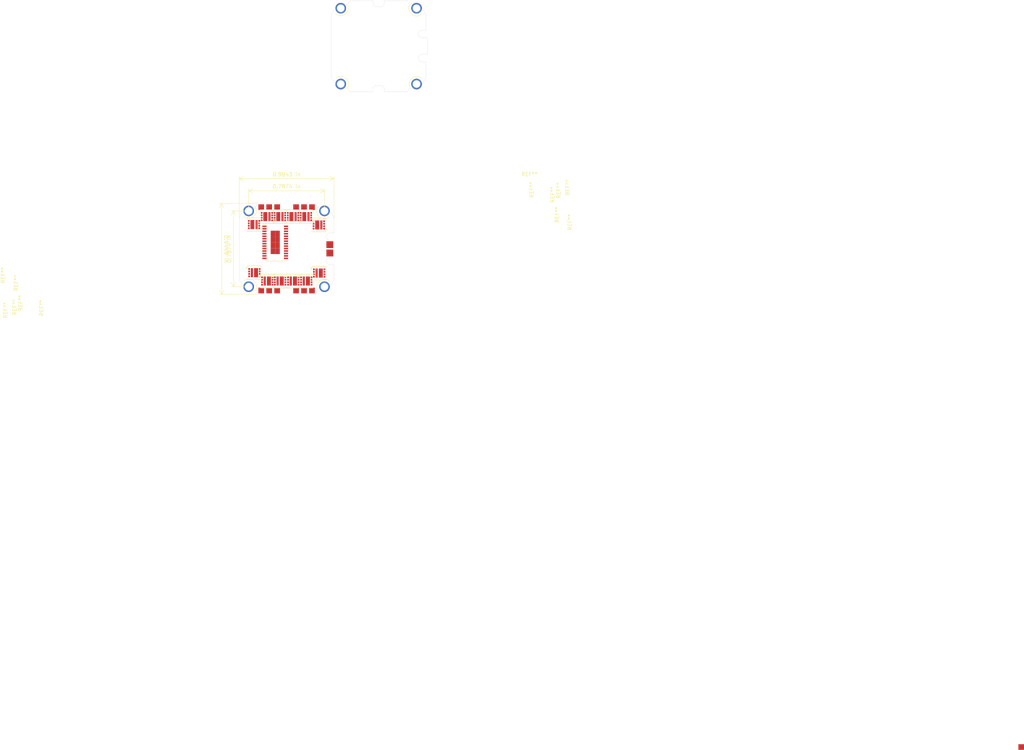
<source format=kicad_pcb>
(kicad_pcb (version 20171130) (host pcbnew "(5.1.4)-1")

  (general
    (thickness 1.2)
    (drawings 94)
    (tracks 0)
    (zones 0)
    (modules 36)
    (nets 1)
  )

  (page A4)
  (layers
    (0 F.Cu signal)
    (1 In1.Cu signal)
    (2 In2.Cu signal)
    (3 In3.Cu signal)
    (4 In4.Cu signal)
    (5 In5.Cu signal)
    (6 In6.Cu signal)
    (7 In7.Cu signal)
    (8 In8.Cu signal)
    (31 B.Cu signal)
    (32 B.Adhes user)
    (33 F.Adhes user)
    (34 B.Paste user)
    (35 F.Paste user)
    (36 B.SilkS user)
    (37 F.SilkS user)
    (38 B.Mask user)
    (39 F.Mask user)
    (40 Dwgs.User user)
    (41 Cmts.User user)
    (42 Eco1.User user)
    (43 Eco2.User user)
    (44 Edge.Cuts user)
    (45 Margin user)
    (46 B.CrtYd user)
    (47 F.CrtYd user)
    (48 B.Fab user)
    (49 F.Fab user)
  )

  (setup
    (last_trace_width 0.1)
    (trace_clearance 0.1)
    (zone_clearance 0.508)
    (zone_45_only no)
    (trace_min 0.1)
    (via_size 0.4)
    (via_drill 0.2)
    (via_min_size 0.4)
    (via_min_drill 0.2)
    (uvia_size 0.3)
    (uvia_drill 0.1)
    (uvias_allowed no)
    (uvia_min_size 0.2)
    (uvia_min_drill 0.1)
    (edge_width 0.05)
    (segment_width 0.2)
    (pcb_text_width 0.3)
    (pcb_text_size 1.5 1.5)
    (mod_edge_width 0.12)
    (mod_text_size 1 1)
    (mod_text_width 0.15)
    (pad_size 1.8 1.8)
    (pad_drill 0)
    (pad_to_mask_clearance 0.051)
    (solder_mask_min_width 0.051)
    (aux_axis_origin 0 0)
    (visible_elements 7FFFFFFF)
    (pcbplotparams
      (layerselection 0x010fc_ffffffff)
      (usegerberextensions false)
      (usegerberattributes false)
      (usegerberadvancedattributes false)
      (creategerberjobfile false)
      (excludeedgelayer true)
      (linewidth 0.250000)
      (plotframeref false)
      (viasonmask false)
      (mode 1)
      (useauxorigin false)
      (hpglpennumber 1)
      (hpglpenspeed 20)
      (hpglpendiameter 15.000000)
      (psnegative false)
      (psa4output false)
      (plotreference true)
      (plotvalue true)
      (plotinvisibletext false)
      (padsonsilk false)
      (subtractmaskfromsilk false)
      (outputformat 1)
      (mirror false)
      (drillshape 1)
      (scaleselection 1)
      (outputdirectory ""))
  )

  (net 0 "")

  (net_class Default "Dies ist die voreingestellte Netzklasse."
    (clearance 0.1)
    (trace_width 0.1)
    (via_dia 0.4)
    (via_drill 0.2)
    (uvia_dia 0.3)
    (uvia_drill 0.1)
  )

  (module MountingHole:MountingHole_2.2mm_M2_DIN965_Pad (layer F.Cu) (tedit 5D8F7562) (tstamp 5DDABF1E)
    (at 224.3 36.5)
    (descr "Mounting Hole 2.2mm, M2, DIN965")
    (tags "mounting hole 2.2mm m2 din965")
    (attr virtual)
    (fp_text reference REF** (at 0 -2.9) (layer F.SilkS) hide
      (effects (font (size 1 1) (thickness 0.15)))
    )
    (fp_text value MountingHole_2.2mm_M2_DIN965_Pad (at 0 2.9) (layer F.Fab) hide
      (effects (font (size 1 1) (thickness 0.15)))
    )
    (fp_circle (center 0 0) (end 2.15 0) (layer F.CrtYd) (width 0.05))
    (fp_circle (center 0 0) (end 1.9 0) (layer Cmts.User) (width 0.15))
    (fp_text user %R (at 0.3 0) (layer F.Fab)
      (effects (font (size 1 1) (thickness 0.15)))
    )
    (pad 1 thru_hole circle (at 0 0) (size 2.8 2.8) (drill 2) (layers *.Cu *.Mask))
  )

  (module MountingHole:MountingHole_2.2mm_M2_DIN965_Pad (layer F.Cu) (tedit 5D8F7562) (tstamp 5DDABF17)
    (at 244.3 36.5)
    (descr "Mounting Hole 2.2mm, M2, DIN965")
    (tags "mounting hole 2.2mm m2 din965")
    (attr virtual)
    (fp_text reference REF** (at 0 -2.9) (layer F.SilkS) hide
      (effects (font (size 1 1) (thickness 0.15)))
    )
    (fp_text value MountingHole_2.2mm_M2_DIN965_Pad (at 0 2.9) (layer F.Fab) hide
      (effects (font (size 1 1) (thickness 0.15)))
    )
    (fp_text user %R (at 0.3 0) (layer F.Fab)
      (effects (font (size 1 1) (thickness 0.15)))
    )
    (fp_circle (center 0 0) (end 1.9 0) (layer Cmts.User) (width 0.15))
    (fp_circle (center 0 0) (end 2.15 0) (layer F.CrtYd) (width 0.05))
    (pad 1 thru_hole circle (at 0 0) (size 2.8 2.8) (drill 2) (layers *.Cu *.Mask))
  )

  (module MountingHole:MountingHole_2.2mm_M2_DIN965_Pad (layer F.Cu) (tedit 5D8F7562) (tstamp 5DDABF10)
    (at 244.3 56.5)
    (descr "Mounting Hole 2.2mm, M2, DIN965")
    (tags "mounting hole 2.2mm m2 din965")
    (attr virtual)
    (fp_text reference REF** (at 0 -2.9) (layer F.SilkS) hide
      (effects (font (size 1 1) (thickness 0.15)))
    )
    (fp_text value MountingHole_2.2mm_M2_DIN965_Pad (at 0 2.9) (layer F.Fab) hide
      (effects (font (size 1 1) (thickness 0.15)))
    )
    (fp_text user %R (at 0.3 0) (layer F.Fab)
      (effects (font (size 1 1) (thickness 0.15)))
    )
    (fp_circle (center 0 0) (end 1.9 0) (layer Cmts.User) (width 0.15))
    (fp_circle (center 0 0) (end 2.15 0) (layer F.CrtYd) (width 0.05))
    (pad 1 thru_hole circle (at 0 0) (size 2.8 2.8) (drill 2) (layers *.Cu *.Mask))
  )

  (module MountingHole:MountingHole_2.2mm_M2_DIN965_Pad (layer F.Cu) (tedit 5D8F7562) (tstamp 5DDABF09)
    (at 224.3 56.5)
    (descr "Mounting Hole 2.2mm, M2, DIN965")
    (tags "mounting hole 2.2mm m2 din965")
    (attr virtual)
    (fp_text reference REF** (at 0 -2.9) (layer F.SilkS) hide
      (effects (font (size 1 1) (thickness 0.15)))
    )
    (fp_text value MountingHole_2.2mm_M2_DIN965_Pad (at 0 2.9) (layer F.Fab) hide
      (effects (font (size 1 1) (thickness 0.15)))
    )
    (fp_circle (center 0 0) (end 2.15 0) (layer F.CrtYd) (width 0.05))
    (fp_circle (center 0 0) (end 1.9 0) (layer Cmts.User) (width 0.15))
    (fp_text user %R (at 0.3 0) (layer F.Fab)
      (effects (font (size 1 1) (thickness 0.15)))
    )
    (pad 1 thru_hole circle (at 0 0) (size 2.8 2.8) (drill 2) (layers *.Cu *.Mask))
  )

  (module Own_Footprints:PowerPAIR3x3 (layer F.Cu) (tedit 5A637B46) (tstamp 5D8FF4CE)
    (at 218.6 106.4 270)
    (fp_text reference REF** (at 9.8 82.8 90) (layer F.SilkS)
      (effects (font (size 1 1) (thickness 0.15)))
    )
    (fp_text value PowerPAIR3x3 (at 0.15 2.75 90) (layer F.Fab)
      (effects (font (size 1 1) (thickness 0.15)))
    )
    (fp_line (start -1.75 1.75) (end 1.75 1.75) (layer F.CrtYd) (width 0.1))
    (fp_line (start 1.75 -1.75) (end 1.75 1.75) (layer F.CrtYd) (width 0.1))
    (fp_line (start -1.75 -1.75) (end -1.75 1.75) (layer F.CrtYd) (width 0.1))
    (fp_line (start -1.75 -1.75) (end 1.75 -1.75) (layer F.CrtYd) (width 0.1))
    (fp_line (start 1.5 -1.8) (end 1.8 -1.8) (layer F.SilkS) (width 0.16))
    (fp_line (start 1.8 -1.8) (end 1.8 1.8) (layer F.SilkS) (width 0.16))
    (fp_line (start 1.8 1.8) (end 1.5 1.8) (layer F.SilkS) (width 0.16))
    (fp_line (start -1.5 -1.8) (end -1.8 -1.8) (layer F.SilkS) (width 0.16))
    (fp_line (start -1.8 -1.8) (end -1.8 1.8) (layer F.SilkS) (width 0.16))
    (fp_line (start -1.8 1.8) (end -1.5 1.8) (layer F.SilkS) (width 0.16))
    (fp_circle (center -1.25 2.05) (end -1.2 2.1) (layer F.SilkS) (width 0.16))
    (fp_line (start -1.5 -1.5) (end 1.5 -1.5) (layer F.Fab) (width 0.1))
    (fp_line (start 1.5 -1.5) (end 1.5 1.5) (layer F.Fab) (width 0.1))
    (fp_line (start 1.5 1.5) (end -1.5 1.5) (layer F.Fab) (width 0.1))
    (fp_line (start -1.5 1.5) (end -1.5 -1.5) (layer F.Fab) (width 0.1))
    (pad 5 smd rect (at -0.975 -1.386 270) (size 0.45 0.45) (layers F.Cu F.Paste F.Mask))
    (pad 4 smd rect (at -0.325 -1.386 270) (size 0.45 0.45) (layers F.Cu F.Paste F.Mask))
    (pad 4 smd rect (at 0.325 -1.386 270) (size 0.45 0.45) (layers F.Cu F.Paste F.Mask))
    (pad 4 smd rect (at 0.975 -1.386 270) (size 0.45 0.45) (layers F.Cu F.Paste F.Mask))
    (pad 3 smd rect (at 0 -0.434 270) (size 2.4 1.036) (layers F.Cu F.Paste F.Mask))
    (pad 2 smd rect (at 0 0.671 270) (size 2.4 0.562) (layers F.Cu F.Paste F.Mask))
    (pad 2 smd rect (at 0.975 1.386 270) (size 0.45 0.45) (layers F.Cu F.Paste F.Mask))
    (pad 2 smd rect (at 0.325 1.386 270) (size 0.45 0.45) (layers F.Cu F.Paste F.Mask))
    (pad 2 smd rect (at -0.325 1.386 270) (size 0.45 0.45) (layers F.Cu F.Paste F.Mask))
    (pad 1 smd rect (at -0.975 1.386 270) (size 0.45 0.45) (layers F.Cu F.Paste F.Mask))
    (model ${KISYS3DMOD}/Package_DFN_QFN.3dshapes/DFN-8-1EP_3x3mm_P0.5mm_EP1.66x2.38mm.wrl
      (at (xyz 0 0 0))
      (scale (xyz 1 1 1))
      (rotate (xyz 0 0 90))
    )
  )

  (module TestPoint:TestPoint_Pad_1.5x1.5mm (layer F.Cu) (tedit 5D907A5A) (tstamp 5D907AA8)
    (at 222.4 98.7 180)
    (descr "SMD rectangular pad as test Point, square 1.5mm side length")
    (tags "test point SMD pad rectangle square")
    (attr virtual)
    (fp_text reference REF** (at 0 -1.648) (layer F.SilkS) hide
      (effects (font (size 1 1) (thickness 0.15)))
    )
    (fp_text value TestPoint_Pad_1.5x1.5mm (at 0 1.75) (layer F.Fab) hide
      (effects (font (size 1 1) (thickness 0.15)))
    )
    (fp_text user %R (at 0 -1.65) (layer F.Fab)
      (effects (font (size 1 1) (thickness 0.15)))
    )
    (pad 1 smd rect (at 1 -0.2 180) (size 1.8 1.8) (layers F.Cu F.Mask))
  )

  (module TestPoint:TestPoint_Pad_1.5x1.5mm (layer F.Cu) (tedit 5D907A5A) (tstamp 5D907A4E)
    (at 222.4 100.9 180)
    (descr "SMD rectangular pad as test Point, square 1.5mm side length")
    (tags "test point SMD pad rectangle square")
    (attr virtual)
    (fp_text reference REF** (at 0 -1.648) (layer F.SilkS) hide
      (effects (font (size 1 1) (thickness 0.15)))
    )
    (fp_text value TestPoint_Pad_1.5x1.5mm (at 0 1.75) (layer F.Fab) hide
      (effects (font (size 1 1) (thickness 0.15)))
    )
    (fp_text user %R (at 0 -1.65) (layer F.Fab)
      (effects (font (size 1 1) (thickness 0.15)))
    )
    (pad 1 smd rect (at 1 -0.2 180) (size 1.8 1.8) (layers F.Cu F.Mask))
  )

  (module Own_Footprints:PowerPAIR3x3 (layer F.Cu) (tedit 5A637B46) (tstamp 5D8FF4EA)
    (at 211.771 108.5 270)
    (fp_text reference REF** (at 5.8 72 90) (layer F.SilkS)
      (effects (font (size 1 1) (thickness 0.15)))
    )
    (fp_text value PowerPAIR3x3 (at 0.15 2.75 90) (layer F.Fab)
      (effects (font (size 1 1) (thickness 0.15)))
    )
    (fp_line (start -1.75 1.75) (end 1.75 1.75) (layer F.CrtYd) (width 0.1))
    (fp_line (start 1.75 -1.75) (end 1.75 1.75) (layer F.CrtYd) (width 0.1))
    (fp_line (start -1.75 -1.75) (end -1.75 1.75) (layer F.CrtYd) (width 0.1))
    (fp_line (start -1.75 -1.75) (end 1.75 -1.75) (layer F.CrtYd) (width 0.1))
    (fp_line (start 1.5 -1.8) (end 1.8 -1.8) (layer F.SilkS) (width 0.16))
    (fp_line (start 1.8 -1.8) (end 1.8 1.8) (layer F.SilkS) (width 0.16))
    (fp_line (start 1.8 1.8) (end 1.5 1.8) (layer F.SilkS) (width 0.16))
    (fp_line (start -1.5 -1.8) (end -1.8 -1.8) (layer F.SilkS) (width 0.16))
    (fp_line (start -1.8 -1.8) (end -1.8 1.8) (layer F.SilkS) (width 0.16))
    (fp_line (start -1.8 1.8) (end -1.5 1.8) (layer F.SilkS) (width 0.16))
    (fp_circle (center -1.25 2.05) (end -1.2 2.1) (layer F.SilkS) (width 0.16))
    (fp_line (start -1.5 -1.5) (end 1.5 -1.5) (layer F.Fab) (width 0.1))
    (fp_line (start 1.5 -1.5) (end 1.5 1.5) (layer F.Fab) (width 0.1))
    (fp_line (start 1.5 1.5) (end -1.5 1.5) (layer F.Fab) (width 0.1))
    (fp_line (start -1.5 1.5) (end -1.5 -1.5) (layer F.Fab) (width 0.1))
    (pad 5 smd rect (at -0.975 -1.386 270) (size 0.45 0.45) (layers F.Cu F.Paste F.Mask))
    (pad 4 smd rect (at -0.325 -1.386 270) (size 0.45 0.45) (layers F.Cu F.Paste F.Mask))
    (pad 4 smd rect (at 0.325 -1.386 270) (size 0.45 0.45) (layers F.Cu F.Paste F.Mask))
    (pad 4 smd rect (at 0.975 -1.386 270) (size 0.45 0.45) (layers F.Cu F.Paste F.Mask))
    (pad 3 smd rect (at 0 -0.434 270) (size 2.4 1.036) (layers F.Cu F.Paste F.Mask))
    (pad 2 smd rect (at 0 0.671 270) (size 2.4 0.562) (layers F.Cu F.Paste F.Mask))
    (pad 2 smd rect (at 0.975 1.386 270) (size 0.45 0.45) (layers F.Cu F.Paste F.Mask))
    (pad 2 smd rect (at 0.325 1.386 270) (size 0.45 0.45) (layers F.Cu F.Paste F.Mask))
    (pad 2 smd rect (at -0.325 1.386 270) (size 0.45 0.45) (layers F.Cu F.Paste F.Mask))
    (pad 1 smd rect (at -0.975 1.386 270) (size 0.45 0.45) (layers F.Cu F.Paste F.Mask))
    (model ${KISYS3DMOD}/Package_DFN_QFN.3dshapes/DFN-8-1EP_3x3mm_P0.5mm_EP1.66x2.38mm.wrl
      (at (xyz 0 0 0))
      (scale (xyz 1 1 1))
      (rotate (xyz 0 0 90))
    )
  )

  (module Own_Footprints:PowerPAIR3x3 (layer F.Cu) (tedit 5A637B46) (tstamp 5D8FF4B2)
    (at 201.5 106.3 270)
    (fp_text reference REF** (at 9.3 56.2 90) (layer F.SilkS)
      (effects (font (size 1 1) (thickness 0.15)))
    )
    (fp_text value PowerPAIR3x3 (at 0.15 2.75 90) (layer F.Fab)
      (effects (font (size 1 1) (thickness 0.15)))
    )
    (fp_line (start -1.5 1.5) (end -1.5 -1.5) (layer F.Fab) (width 0.1))
    (fp_line (start 1.5 1.5) (end -1.5 1.5) (layer F.Fab) (width 0.1))
    (fp_line (start 1.5 -1.5) (end 1.5 1.5) (layer F.Fab) (width 0.1))
    (fp_line (start -1.5 -1.5) (end 1.5 -1.5) (layer F.Fab) (width 0.1))
    (fp_circle (center -1.25 2.05) (end -1.2 2.1) (layer F.SilkS) (width 0.16))
    (fp_line (start -1.8 1.8) (end -1.5 1.8) (layer F.SilkS) (width 0.16))
    (fp_line (start -1.8 -1.8) (end -1.8 1.8) (layer F.SilkS) (width 0.16))
    (fp_line (start -1.5 -1.8) (end -1.8 -1.8) (layer F.SilkS) (width 0.16))
    (fp_line (start 1.8 1.8) (end 1.5 1.8) (layer F.SilkS) (width 0.16))
    (fp_line (start 1.8 -1.8) (end 1.8 1.8) (layer F.SilkS) (width 0.16))
    (fp_line (start 1.5 -1.8) (end 1.8 -1.8) (layer F.SilkS) (width 0.16))
    (fp_line (start -1.75 -1.75) (end 1.75 -1.75) (layer F.CrtYd) (width 0.1))
    (fp_line (start -1.75 -1.75) (end -1.75 1.75) (layer F.CrtYd) (width 0.1))
    (fp_line (start 1.75 -1.75) (end 1.75 1.75) (layer F.CrtYd) (width 0.1))
    (fp_line (start -1.75 1.75) (end 1.75 1.75) (layer F.CrtYd) (width 0.1))
    (pad 1 smd rect (at -0.975 1.386 270) (size 0.45 0.45) (layers F.Cu F.Paste F.Mask))
    (pad 2 smd rect (at -0.325 1.386 270) (size 0.45 0.45) (layers F.Cu F.Paste F.Mask))
    (pad 2 smd rect (at 0.325 1.386 270) (size 0.45 0.45) (layers F.Cu F.Paste F.Mask))
    (pad 2 smd rect (at 0.975 1.386 270) (size 0.45 0.45) (layers F.Cu F.Paste F.Mask))
    (pad 2 smd rect (at 0 0.671 270) (size 2.4 0.562) (layers F.Cu F.Paste F.Mask))
    (pad 3 smd rect (at 0 -0.434 270) (size 2.4 1.036) (layers F.Cu F.Paste F.Mask))
    (pad 4 smd rect (at 0.975 -1.386 270) (size 0.45 0.45) (layers F.Cu F.Paste F.Mask))
    (pad 4 smd rect (at 0.325 -1.386 270) (size 0.45 0.45) (layers F.Cu F.Paste F.Mask))
    (pad 4 smd rect (at -0.325 -1.386 270) (size 0.45 0.45) (layers F.Cu F.Paste F.Mask))
    (pad 5 smd rect (at -0.975 -1.386 270) (size 0.45 0.45) (layers F.Cu F.Paste F.Mask))
    (model ${KISYS3DMOD}/Package_DFN_QFN.3dshapes/DFN-8-1EP_3x3mm_P0.5mm_EP1.66x2.38mm.wrl
      (at (xyz 0 0 0))
      (scale (xyz 1 1 1))
      (rotate (xyz 0 0 90))
    )
  )

  (module Own_Footprints:PowerPAIR3x3 (layer F.Cu) (tedit 5A637B46) (tstamp 5D8FF496)
    (at 215.2 108.5 270)
    (fp_text reference REF** (at 6.9 77 90) (layer F.SilkS)
      (effects (font (size 1 1) (thickness 0.15)))
    )
    (fp_text value PowerPAIR3x3 (at 0.15 2.75 90) (layer F.Fab)
      (effects (font (size 1 1) (thickness 0.15)))
    )
    (fp_line (start -1.5 1.5) (end -1.5 -1.5) (layer F.Fab) (width 0.1))
    (fp_line (start 1.5 1.5) (end -1.5 1.5) (layer F.Fab) (width 0.1))
    (fp_line (start 1.5 -1.5) (end 1.5 1.5) (layer F.Fab) (width 0.1))
    (fp_line (start -1.5 -1.5) (end 1.5 -1.5) (layer F.Fab) (width 0.1))
    (fp_circle (center -1.25 2.05) (end -1.2 2.1) (layer F.SilkS) (width 0.16))
    (fp_line (start -1.8 1.8) (end -1.5 1.8) (layer F.SilkS) (width 0.16))
    (fp_line (start -1.8 -1.8) (end -1.8 1.8) (layer F.SilkS) (width 0.16))
    (fp_line (start -1.5 -1.8) (end -1.8 -1.8) (layer F.SilkS) (width 0.16))
    (fp_line (start 1.8 1.8) (end 1.5 1.8) (layer F.SilkS) (width 0.16))
    (fp_line (start 1.8 -1.8) (end 1.8 1.8) (layer F.SilkS) (width 0.16))
    (fp_line (start 1.5 -1.8) (end 1.8 -1.8) (layer F.SilkS) (width 0.16))
    (fp_line (start -1.75 -1.75) (end 1.75 -1.75) (layer F.CrtYd) (width 0.1))
    (fp_line (start -1.75 -1.75) (end -1.75 1.75) (layer F.CrtYd) (width 0.1))
    (fp_line (start 1.75 -1.75) (end 1.75 1.75) (layer F.CrtYd) (width 0.1))
    (fp_line (start -1.75 1.75) (end 1.75 1.75) (layer F.CrtYd) (width 0.1))
    (pad 1 smd rect (at -0.975 1.386 270) (size 0.45 0.45) (layers F.Cu F.Paste F.Mask))
    (pad 2 smd rect (at -0.325 1.386 270) (size 0.45 0.45) (layers F.Cu F.Paste F.Mask))
    (pad 2 smd rect (at 0.325 1.386 270) (size 0.45 0.45) (layers F.Cu F.Paste F.Mask))
    (pad 2 smd rect (at 0.975 1.386 270) (size 0.45 0.45) (layers F.Cu F.Paste F.Mask))
    (pad 2 smd rect (at 0 0.671 270) (size 2.4 0.562) (layers F.Cu F.Paste F.Mask))
    (pad 3 smd rect (at 0 -0.434 270) (size 2.4 1.036) (layers F.Cu F.Paste F.Mask))
    (pad 4 smd rect (at 0.975 -1.386 270) (size 0.45 0.45) (layers F.Cu F.Paste F.Mask))
    (pad 4 smd rect (at 0.325 -1.386 270) (size 0.45 0.45) (layers F.Cu F.Paste F.Mask))
    (pad 4 smd rect (at -0.325 -1.386 270) (size 0.45 0.45) (layers F.Cu F.Paste F.Mask))
    (pad 5 smd rect (at -0.975 -1.386 270) (size 0.45 0.45) (layers F.Cu F.Paste F.Mask))
    (model ${KISYS3DMOD}/Package_DFN_QFN.3dshapes/DFN-8-1EP_3x3mm_P0.5mm_EP1.66x2.38mm.wrl
      (at (xyz 0 0 0))
      (scale (xyz 1 1 1))
      (rotate (xyz 0 0 90))
    )
  )

  (module Own_Footprints:PowerPAIR3x3 (layer F.Cu) (tedit 5A637B46) (tstamp 5D8FF47A)
    (at 208.3 108.5 270)
    (fp_text reference REF** (at -1.5 73.1 90) (layer F.SilkS)
      (effects (font (size 1 1) (thickness 0.15)))
    )
    (fp_text value PowerPAIR3x3 (at 0.15 2.75 90) (layer F.Fab)
      (effects (font (size 1 1) (thickness 0.15)))
    )
    (fp_line (start -1.5 1.5) (end -1.5 -1.5) (layer F.Fab) (width 0.1))
    (fp_line (start 1.5 1.5) (end -1.5 1.5) (layer F.Fab) (width 0.1))
    (fp_line (start 1.5 -1.5) (end 1.5 1.5) (layer F.Fab) (width 0.1))
    (fp_line (start -1.5 -1.5) (end 1.5 -1.5) (layer F.Fab) (width 0.1))
    (fp_circle (center -1.25 2.05) (end -1.2 2.1) (layer F.SilkS) (width 0.16))
    (fp_line (start -1.8 1.8) (end -1.5 1.8) (layer F.SilkS) (width 0.16))
    (fp_line (start -1.8 -1.8) (end -1.8 1.8) (layer F.SilkS) (width 0.16))
    (fp_line (start -1.5 -1.8) (end -1.8 -1.8) (layer F.SilkS) (width 0.16))
    (fp_line (start 1.8 1.8) (end 1.5 1.8) (layer F.SilkS) (width 0.16))
    (fp_line (start 1.8 -1.8) (end 1.8 1.8) (layer F.SilkS) (width 0.16))
    (fp_line (start 1.5 -1.8) (end 1.8 -1.8) (layer F.SilkS) (width 0.16))
    (fp_line (start -1.75 -1.75) (end 1.75 -1.75) (layer F.CrtYd) (width 0.1))
    (fp_line (start -1.75 -1.75) (end -1.75 1.75) (layer F.CrtYd) (width 0.1))
    (fp_line (start 1.75 -1.75) (end 1.75 1.75) (layer F.CrtYd) (width 0.1))
    (fp_line (start -1.75 1.75) (end 1.75 1.75) (layer F.CrtYd) (width 0.1))
    (pad 1 smd rect (at -0.975 1.386 270) (size 0.45 0.45) (layers F.Cu F.Paste F.Mask))
    (pad 2 smd rect (at -0.325 1.386 270) (size 0.45 0.45) (layers F.Cu F.Paste F.Mask))
    (pad 2 smd rect (at 0.325 1.386 270) (size 0.45 0.45) (layers F.Cu F.Paste F.Mask))
    (pad 2 smd rect (at 0.975 1.386 270) (size 0.45 0.45) (layers F.Cu F.Paste F.Mask))
    (pad 2 smd rect (at 0 0.671 270) (size 2.4 0.562) (layers F.Cu F.Paste F.Mask))
    (pad 3 smd rect (at 0 -0.434 270) (size 2.4 1.036) (layers F.Cu F.Paste F.Mask))
    (pad 4 smd rect (at 0.975 -1.386 270) (size 0.45 0.45) (layers F.Cu F.Paste F.Mask))
    (pad 4 smd rect (at 0.325 -1.386 270) (size 0.45 0.45) (layers F.Cu F.Paste F.Mask))
    (pad 4 smd rect (at -0.325 -1.386 270) (size 0.45 0.45) (layers F.Cu F.Paste F.Mask))
    (pad 5 smd rect (at -0.975 -1.386 270) (size 0.45 0.45) (layers F.Cu F.Paste F.Mask))
    (model ${KISYS3DMOD}/Package_DFN_QFN.3dshapes/DFN-8-1EP_3x3mm_P0.5mm_EP1.66x2.38mm.wrl
      (at (xyz 0 0 0))
      (scale (xyz 1 1 1))
      (rotate (xyz 0 0 90))
    )
  )

  (module Own_Footprints:PowerPAIR3x3 (layer F.Cu) (tedit 5A637B46) (tstamp 5D8FF45E)
    (at 204.9 108.5 270)
    (fp_text reference REF** (at 0.5 66.3 90) (layer F.SilkS)
      (effects (font (size 1 1) (thickness 0.15)))
    )
    (fp_text value PowerPAIR3x3 (at 0.15 2.75 90) (layer F.Fab)
      (effects (font (size 1 1) (thickness 0.15)))
    )
    (fp_line (start -1.75 1.75) (end 1.75 1.75) (layer F.CrtYd) (width 0.1))
    (fp_line (start 1.75 -1.75) (end 1.75 1.75) (layer F.CrtYd) (width 0.1))
    (fp_line (start -1.75 -1.75) (end -1.75 1.75) (layer F.CrtYd) (width 0.1))
    (fp_line (start -1.75 -1.75) (end 1.75 -1.75) (layer F.CrtYd) (width 0.1))
    (fp_line (start 1.5 -1.8) (end 1.8 -1.8) (layer F.SilkS) (width 0.16))
    (fp_line (start 1.8 -1.8) (end 1.8 1.8) (layer F.SilkS) (width 0.16))
    (fp_line (start 1.8 1.8) (end 1.5 1.8) (layer F.SilkS) (width 0.16))
    (fp_line (start -1.5 -1.8) (end -1.8 -1.8) (layer F.SilkS) (width 0.16))
    (fp_line (start -1.8 -1.8) (end -1.8 1.8) (layer F.SilkS) (width 0.16))
    (fp_line (start -1.8 1.8) (end -1.5 1.8) (layer F.SilkS) (width 0.16))
    (fp_circle (center -1.25 2.05) (end -1.2 2.1) (layer F.SilkS) (width 0.16))
    (fp_line (start -1.5 -1.5) (end 1.5 -1.5) (layer F.Fab) (width 0.1))
    (fp_line (start 1.5 -1.5) (end 1.5 1.5) (layer F.Fab) (width 0.1))
    (fp_line (start 1.5 1.5) (end -1.5 1.5) (layer F.Fab) (width 0.1))
    (fp_line (start -1.5 1.5) (end -1.5 -1.5) (layer F.Fab) (width 0.1))
    (pad 5 smd rect (at -0.975 -1.386 270) (size 0.45 0.45) (layers F.Cu F.Paste F.Mask))
    (pad 4 smd rect (at -0.325 -1.386 270) (size 0.45 0.45) (layers F.Cu F.Paste F.Mask))
    (pad 4 smd rect (at 0.325 -1.386 270) (size 0.45 0.45) (layers F.Cu F.Paste F.Mask))
    (pad 4 smd rect (at 0.975 -1.386 270) (size 0.45 0.45) (layers F.Cu F.Paste F.Mask))
    (pad 3 smd rect (at 0 -0.434 270) (size 2.4 1.036) (layers F.Cu F.Paste F.Mask))
    (pad 2 smd rect (at 0 0.671 270) (size 2.4 0.562) (layers F.Cu F.Paste F.Mask))
    (pad 2 smd rect (at 0.975 1.386 270) (size 0.45 0.45) (layers F.Cu F.Paste F.Mask))
    (pad 2 smd rect (at 0.325 1.386 270) (size 0.45 0.45) (layers F.Cu F.Paste F.Mask))
    (pad 2 smd rect (at -0.325 1.386 270) (size 0.45 0.45) (layers F.Cu F.Paste F.Mask))
    (pad 1 smd rect (at -0.975 1.386 270) (size 0.45 0.45) (layers F.Cu F.Paste F.Mask))
    (model ${KISYS3DMOD}/Package_DFN_QFN.3dshapes/DFN-8-1EP_3x3mm_P0.5mm_EP1.66x2.38mm.wrl
      (at (xyz 0 0 0))
      (scale (xyz 1 1 1))
      (rotate (xyz 0 0 90))
    )
  )

  (module Package_SO:TSSOP-28-1EP_4.4x9.7mm_P0.65mm (layer F.Cu) (tedit 5A02F25C) (tstamp 5D8F9743)
    (at 207 98.3)
    (descr "TSSOP28: plastic thin shrink small outline package; 28 leads; body width 4.4 mm; Exposed Pad Variation; (see NXP SSOP-TSSOP-VSO-REFLOW.pdf and sot361-1_po.pdf)")
    (tags "SSOP 0.65")
    (attr smd)
    (fp_text reference REF** (at 67.1 -18) (layer F.SilkS)
      (effects (font (size 1 1) (thickness 0.15)))
    )
    (fp_text value TSSOP-28-1EP_4.4x9.7mm_P0.65mm (at 0 5.9) (layer F.Fab)
      (effects (font (size 1 1) (thickness 0.15)))
    )
    (fp_text user %R (at 0 0) (layer F.Fab)
      (effects (font (size 0.8 0.8) (thickness 0.15)))
    )
    (fp_line (start -2.325 -4.75) (end -3.4 -4.75) (layer F.SilkS) (width 0.15))
    (fp_line (start -2.325 4.975) (end 2.325 4.975) (layer F.SilkS) (width 0.15))
    (fp_line (start -2.325 -4.975) (end 2.325 -4.975) (layer F.SilkS) (width 0.15))
    (fp_line (start -2.325 4.975) (end -2.325 4.65) (layer F.SilkS) (width 0.15))
    (fp_line (start 2.325 4.975) (end 2.325 4.65) (layer F.SilkS) (width 0.15))
    (fp_line (start 2.325 -4.975) (end 2.325 -4.65) (layer F.SilkS) (width 0.15))
    (fp_line (start -2.325 -4.975) (end -2.325 -4.75) (layer F.SilkS) (width 0.15))
    (fp_line (start -3.65 5.15) (end 3.65 5.15) (layer F.CrtYd) (width 0.05))
    (fp_line (start -3.65 -5.15) (end 3.65 -5.15) (layer F.CrtYd) (width 0.05))
    (fp_line (start 3.65 -5.15) (end 3.65 5.15) (layer F.CrtYd) (width 0.05))
    (fp_line (start -3.65 -5.15) (end -3.65 5.15) (layer F.CrtYd) (width 0.05))
    (fp_line (start -2.2 -3.85) (end -1.2 -4.85) (layer F.Fab) (width 0.15))
    (fp_line (start -2.2 4.85) (end -2.2 -3.85) (layer F.Fab) (width 0.15))
    (fp_line (start 2.2 4.85) (end -2.2 4.85) (layer F.Fab) (width 0.15))
    (fp_line (start 2.2 -4.85) (end 2.2 4.85) (layer F.Fab) (width 0.15))
    (fp_line (start -1.2 -4.85) (end 2.2 -4.85) (layer F.Fab) (width 0.15))
    (pad 29 smd rect (at -0.6 -2.31375) (size 1.2 1.5425) (layers F.Cu F.Paste F.Mask)
      (solder_paste_margin_ratio -0.2))
    (pad 29 smd rect (at -0.6 -0.77125) (size 1.2 1.5425) (layers F.Cu F.Paste F.Mask)
      (solder_paste_margin_ratio -0.2))
    (pad 29 smd rect (at -0.6 0.77125) (size 1.2 1.5425) (layers F.Cu F.Paste F.Mask)
      (solder_paste_margin_ratio -0.2))
    (pad 29 smd rect (at -0.6 2.31375) (size 1.2 1.5425) (layers F.Cu F.Paste F.Mask)
      (solder_paste_margin_ratio -0.2))
    (pad 29 smd rect (at 0.6 -2.31375) (size 1.2 1.5425) (layers F.Cu F.Paste F.Mask)
      (solder_paste_margin_ratio -0.2))
    (pad 29 smd rect (at 0.6 -0.77125) (size 1.2 1.5425) (layers F.Cu F.Paste F.Mask)
      (solder_paste_margin_ratio -0.2))
    (pad 29 smd rect (at 0.6 0.77125) (size 1.2 1.5425) (layers F.Cu F.Paste F.Mask)
      (solder_paste_margin_ratio -0.2))
    (pad 29 smd rect (at 0.6 2.31375) (size 1.2 1.5425) (layers F.Cu F.Paste F.Mask)
      (solder_paste_margin_ratio -0.2))
    (pad 28 smd rect (at 2.85 -4.225) (size 1.1 0.4) (layers F.Cu F.Paste F.Mask))
    (pad 27 smd rect (at 2.85 -3.575) (size 1.1 0.4) (layers F.Cu F.Paste F.Mask))
    (pad 26 smd rect (at 2.85 -2.925) (size 1.1 0.4) (layers F.Cu F.Paste F.Mask))
    (pad 25 smd rect (at 2.85 -2.275) (size 1.1 0.4) (layers F.Cu F.Paste F.Mask))
    (pad 24 smd rect (at 2.85 -1.625) (size 1.1 0.4) (layers F.Cu F.Paste F.Mask))
    (pad 23 smd rect (at 2.85 -0.975) (size 1.1 0.4) (layers F.Cu F.Paste F.Mask))
    (pad 22 smd rect (at 2.85 -0.325) (size 1.1 0.4) (layers F.Cu F.Paste F.Mask))
    (pad 21 smd rect (at 2.85 0.325) (size 1.1 0.4) (layers F.Cu F.Paste F.Mask))
    (pad 20 smd rect (at 2.85 0.975) (size 1.1 0.4) (layers F.Cu F.Paste F.Mask))
    (pad 19 smd rect (at 2.85 1.625) (size 1.1 0.4) (layers F.Cu F.Paste F.Mask))
    (pad 18 smd rect (at 2.85 2.275) (size 1.1 0.4) (layers F.Cu F.Paste F.Mask))
    (pad 17 smd rect (at 2.85 2.925) (size 1.1 0.4) (layers F.Cu F.Paste F.Mask))
    (pad 16 smd rect (at 2.85 3.575) (size 1.1 0.4) (layers F.Cu F.Paste F.Mask))
    (pad 15 smd rect (at 2.85 4.225) (size 1.1 0.4) (layers F.Cu F.Paste F.Mask))
    (pad 14 smd rect (at -2.85 4.225) (size 1.1 0.4) (layers F.Cu F.Paste F.Mask))
    (pad 13 smd rect (at -2.85 3.575) (size 1.1 0.4) (layers F.Cu F.Paste F.Mask))
    (pad 12 smd rect (at -2.85 2.925) (size 1.1 0.4) (layers F.Cu F.Paste F.Mask))
    (pad 11 smd rect (at -2.85 2.275) (size 1.1 0.4) (layers F.Cu F.Paste F.Mask))
    (pad 10 smd rect (at -2.85 1.625) (size 1.1 0.4) (layers F.Cu F.Paste F.Mask))
    (pad 9 smd rect (at -2.85 0.975) (size 1.1 0.4) (layers F.Cu F.Paste F.Mask))
    (pad 8 smd rect (at -2.85 0.325) (size 1.1 0.4) (layers F.Cu F.Paste F.Mask))
    (pad 7 smd rect (at -2.85 -0.325) (size 1.1 0.4) (layers F.Cu F.Paste F.Mask))
    (pad 6 smd rect (at -2.85 -0.975) (size 1.1 0.4) (layers F.Cu F.Paste F.Mask))
    (pad 5 smd rect (at -2.85 -1.625) (size 1.1 0.4) (layers F.Cu F.Paste F.Mask))
    (pad 4 smd rect (at -2.85 -2.275) (size 1.1 0.4) (layers F.Cu F.Paste F.Mask))
    (pad 3 smd rect (at -2.85 -2.925) (size 1.1 0.4) (layers F.Cu F.Paste F.Mask))
    (pad 2 smd rect (at -2.85 -3.575) (size 1.1 0.4) (layers F.Cu F.Paste F.Mask))
    (pad 1 smd rect (at -2.85 -4.225) (size 1.1 0.4) (layers F.Cu F.Paste F.Mask))
    (model ${KISYS3DMOD}/Package_SO.3dshapes/TSSOP-28_4.4x9.7mm_Pitch0.65mm.wrl
      (at (xyz 0 0 0))
      (scale (xyz 1 1 1))
      (rotate (xyz 0 0 0))
    )
  )

  (module MountingHole:MountingHole_2.2mm_M2_DIN965_Pad (layer F.Cu) (tedit 5D8F7562) (tstamp 5D8F912F)
    (at 200 110)
    (descr "Mounting Hole 2.2mm, M2, DIN965")
    (tags "mounting hole 2.2mm m2 din965")
    (attr virtual)
    (fp_text reference REF** (at 0 -2.9) (layer F.SilkS) hide
      (effects (font (size 1 1) (thickness 0.15)))
    )
    (fp_text value MountingHole_2.2mm_M2_DIN965_Pad (at 0 2.9) (layer F.Fab) hide
      (effects (font (size 1 1) (thickness 0.15)))
    )
    (fp_text user %R (at 0.3 0) (layer F.Fab)
      (effects (font (size 1 1) (thickness 0.15)))
    )
    (fp_circle (center 0 0) (end 1.9 0) (layer Cmts.User) (width 0.15))
    (fp_circle (center 0 0) (end 2.15 0) (layer F.CrtYd) (width 0.05))
    (pad 1 thru_hole circle (at 0 0) (size 2.8 2.8) (drill 2) (layers *.Cu *.Mask))
  )

  (module MountingHole:MountingHole_2.2mm_M2_DIN965_Pad (layer F.Cu) (tedit 5D8F7562) (tstamp 5D8F912F)
    (at 200 90)
    (descr "Mounting Hole 2.2mm, M2, DIN965")
    (tags "mounting hole 2.2mm m2 din965")
    (attr virtual)
    (fp_text reference REF** (at 0 -2.9) (layer F.SilkS) hide
      (effects (font (size 1 1) (thickness 0.15)))
    )
    (fp_text value MountingHole_2.2mm_M2_DIN965_Pad (at 0 2.9) (layer F.Fab) hide
      (effects (font (size 1 1) (thickness 0.15)))
    )
    (fp_text user %R (at 0.3 0) (layer F.Fab)
      (effects (font (size 1 1) (thickness 0.15)))
    )
    (fp_circle (center 0 0) (end 1.9 0) (layer Cmts.User) (width 0.15))
    (fp_circle (center 0 0) (end 2.15 0) (layer F.CrtYd) (width 0.05))
    (pad 1 thru_hole circle (at 0 0) (size 2.8 2.8) (drill 2) (layers *.Cu *.Mask))
  )

  (module MountingHole:MountingHole_2.2mm_M2_DIN965_Pad (layer F.Cu) (tedit 5D8F7562) (tstamp 5D8F912F)
    (at 220 90 270)
    (descr "Mounting Hole 2.2mm, M2, DIN965")
    (tags "mounting hole 2.2mm m2 din965")
    (attr virtual)
    (fp_text reference REF** (at 0 -2.9 90) (layer F.SilkS) hide
      (effects (font (size 1 1) (thickness 0.15)))
    )
    (fp_text value MountingHole_2.2mm_M2_DIN965_Pad (at 0 2.9 90) (layer F.Fab) hide
      (effects (font (size 1 1) (thickness 0.15)))
    )
    (fp_text user %R (at 0.3 0 90) (layer F.Fab)
      (effects (font (size 1 1) (thickness 0.15)))
    )
    (fp_circle (center 0 0) (end 1.9 0) (layer Cmts.User) (width 0.15))
    (fp_circle (center 0 0) (end 2.15 0) (layer F.CrtYd) (width 0.05))
    (pad 1 thru_hole circle (at 0 0 270) (size 2.8 2.8) (drill 2) (layers *.Cu *.Mask))
  )

  (module TestPoint:TestPoint_Pad_1.5x1.5mm (layer F.Cu) (tedit 5D8F71E3) (tstamp 5D8F8C26)
    (at 204.3 88.8 180)
    (descr "SMD rectangular pad as test Point, square 1.5mm side length")
    (tags "test point SMD pad rectangle square")
    (attr virtual)
    (fp_text reference REF** (at 0 -1.648) (layer F.SilkS) hide
      (effects (font (size 1 1) (thickness 0.15)))
    )
    (fp_text value TestPoint_Pad_1.5x1.5mm (at 0 1.75) (layer F.Fab) hide
      (effects (font (size 1 1) (thickness 0.15)))
    )
    (fp_text user %R (at 0 -1.65) (layer F.Fab)
      (effects (font (size 1 1) (thickness 0.15)))
    )
    (pad 1 smd rect (at 1 -0.2 180) (size 1.5 1.5) (layers F.Cu F.Mask))
  )

  (module TestPoint:TestPoint_Pad_1.5x1.5mm (layer F.Cu) (tedit 5D8F71E3) (tstamp 5D8F8C21)
    (at 208.6 88.8 180)
    (descr "SMD rectangular pad as test Point, square 1.5mm side length")
    (tags "test point SMD pad rectangle square")
    (attr virtual)
    (fp_text reference REF** (at 0 -1.648) (layer F.SilkS) hide
      (effects (font (size 1 1) (thickness 0.15)))
    )
    (fp_text value TestPoint_Pad_1.5x1.5mm (at 0 1.75) (layer F.Fab) hide
      (effects (font (size 1 1) (thickness 0.15)))
    )
    (fp_text user %R (at 0 -1.65) (layer F.Fab)
      (effects (font (size 1 1) (thickness 0.15)))
    )
    (pad 1 smd rect (at 1.1 -0.2 180) (size 1.5 1.5) (layers F.Cu F.Mask))
  )

  (module TestPoint:TestPoint_Pad_1.5x1.5mm (layer F.Cu) (tedit 5D8F71E3) (tstamp 5D8F8C1C)
    (at 206.4 88.8 180)
    (descr "SMD rectangular pad as test Point, square 1.5mm side length")
    (tags "test point SMD pad rectangle square")
    (attr virtual)
    (fp_text reference REF** (at 0 -1.648) (layer F.SilkS) hide
      (effects (font (size 1 1) (thickness 0.15)))
    )
    (fp_text value TestPoint_Pad_1.5x1.5mm (at 0 1.75) (layer F.Fab) hide
      (effects (font (size 1 1) (thickness 0.15)))
    )
    (fp_text user %R (at 0 -1.65) (layer F.Fab)
      (effects (font (size 1 1) (thickness 0.15)))
    )
    (pad 1 smd rect (at 1 -0.2 180) (size 1.5 1.5) (layers F.Cu F.Mask))
  )

  (module TestPoint:TestPoint_Pad_1.5x1.5mm (layer F.Cu) (tedit 5D8F71E3) (tstamp 5D8F8C17)
    (at 215.6 88.8 180)
    (descr "SMD rectangular pad as test Point, square 1.5mm side length")
    (tags "test point SMD pad rectangle square")
    (attr virtual)
    (fp_text reference REF** (at 0 -1.648) (layer F.SilkS) hide
      (effects (font (size 1 1) (thickness 0.15)))
    )
    (fp_text value TestPoint_Pad_1.5x1.5mm (at 0 1.75) (layer F.Fab) hide
      (effects (font (size 1 1) (thickness 0.15)))
    )
    (fp_text user %R (at 0 -1.65) (layer F.Fab)
      (effects (font (size 1 1) (thickness 0.15)))
    )
    (pad 1 smd rect (at 1 -0.2 180) (size 1.5 1.5) (layers F.Cu F.Mask))
  )

  (module TestPoint:TestPoint_Pad_1.5x1.5mm (layer F.Cu) (tedit 5D8F71E3) (tstamp 5D8F8C12)
    (at 213.5 88.8 180)
    (descr "SMD rectangular pad as test Point, square 1.5mm side length")
    (tags "test point SMD pad rectangle square")
    (attr virtual)
    (fp_text reference REF** (at 0 -1.648) (layer F.SilkS) hide
      (effects (font (size 1 1) (thickness 0.15)))
    )
    (fp_text value TestPoint_Pad_1.5x1.5mm (at 0 1.75) (layer F.Fab) hide
      (effects (font (size 1 1) (thickness 0.15)))
    )
    (fp_text user %R (at 0 -1.65) (layer F.Fab)
      (effects (font (size 1 1) (thickness 0.15)))
    )
    (pad 1 smd rect (at 1 -0.2 180) (size 1.5 1.5) (layers F.Cu F.Mask))
  )

  (module TestPoint:TestPoint_Pad_1.5x1.5mm (layer F.Cu) (tedit 5D8F71E3) (tstamp 5D8F8C0D)
    (at 217.8 88.8 180)
    (descr "SMD rectangular pad as test Point, square 1.5mm side length")
    (tags "test point SMD pad rectangle square")
    (attr virtual)
    (fp_text reference REF** (at 0 -1.648) (layer F.SilkS) hide
      (effects (font (size 1 1) (thickness 0.15)))
    )
    (fp_text value TestPoint_Pad_1.5x1.5mm (at 0 1.75) (layer F.Fab) hide
      (effects (font (size 1 1) (thickness 0.15)))
    )
    (fp_text user %R (at 0 -1.65) (layer F.Fab)
      (effects (font (size 1 1) (thickness 0.15)))
    )
    (pad 1 smd rect (at 1.1 -0.2 180) (size 1.5 1.5) (layers F.Cu F.Mask))
  )

  (module TestPoint:TestPoint_Pad_1.5x1.5mm (layer F.Cu) (tedit 5D8F71E3) (tstamp 5D8F8948)
    (at 213.6 111.2)
    (descr "SMD rectangular pad as test Point, square 1.5mm side length")
    (tags "test point SMD pad rectangle square")
    (attr virtual)
    (fp_text reference REF** (at 0 -1.648) (layer F.SilkS) hide
      (effects (font (size 1 1) (thickness 0.15)))
    )
    (fp_text value TestPoint_Pad_1.5x1.5mm (at 0 1.75) (layer F.Fab) hide
      (effects (font (size 1 1) (thickness 0.15)))
    )
    (fp_text user %R (at 0 -1.65) (layer F.Fab)
      (effects (font (size 1 1) (thickness 0.15)))
    )
    (pad 1 smd rect (at 1 -0.2) (size 1.5 1.5) (layers F.Cu F.Mask))
  )

  (module TestPoint:TestPoint_Pad_1.5x1.5mm (layer F.Cu) (tedit 5D8F71E3) (tstamp 5D8F8943)
    (at 215.7 111.2)
    (descr "SMD rectangular pad as test Point, square 1.5mm side length")
    (tags "test point SMD pad rectangle square")
    (attr virtual)
    (fp_text reference REF** (at 0 -1.648) (layer F.SilkS) hide
      (effects (font (size 1 1) (thickness 0.15)))
    )
    (fp_text value TestPoint_Pad_1.5x1.5mm (at 0 1.75) (layer F.Fab) hide
      (effects (font (size 1 1) (thickness 0.15)))
    )
    (fp_text user %R (at 0 -1.65) (layer F.Fab)
      (effects (font (size 1 1) (thickness 0.15)))
    )
    (pad 1 smd rect (at 1 -0.2) (size 1.5 1.5) (layers F.Cu F.Mask))
  )

  (module TestPoint:TestPoint_Pad_1.5x1.5mm (layer F.Cu) (tedit 5D8F71E3) (tstamp 5D8F893E)
    (at 211.4 111.2)
    (descr "SMD rectangular pad as test Point, square 1.5mm side length")
    (tags "test point SMD pad rectangle square")
    (attr virtual)
    (fp_text reference REF** (at 0 -1.648) (layer F.SilkS) hide
      (effects (font (size 1 1) (thickness 0.15)))
    )
    (fp_text value TestPoint_Pad_1.5x1.5mm (at 0 1.75) (layer F.Fab) hide
      (effects (font (size 1 1) (thickness 0.15)))
    )
    (fp_text user %R (at 0 -1.65) (layer F.Fab)
      (effects (font (size 1 1) (thickness 0.15)))
    )
    (pad 1 smd rect (at 1.1 -0.2) (size 1.5 1.5) (layers F.Cu F.Mask))
  )

  (module TestPoint:TestPoint_Pad_1.5x1.5mm (layer F.Cu) (tedit 5D8F71E3) (tstamp 5D8F88E3)
    (at 206.5 111.2)
    (descr "SMD rectangular pad as test Point, square 1.5mm side length")
    (tags "test point SMD pad rectangle square")
    (attr virtual)
    (fp_text reference REF** (at 0 -1.648) (layer F.SilkS) hide
      (effects (font (size 1 1) (thickness 0.15)))
    )
    (fp_text value TestPoint_Pad_1.5x1.5mm (at 0 1.75) (layer F.Fab) hide
      (effects (font (size 1 1) (thickness 0.15)))
    )
    (fp_text user %R (at 0 -1.65) (layer F.Fab)
      (effects (font (size 1 1) (thickness 0.15)))
    )
    (pad 1 smd rect (at 1 -0.2) (size 1.5 1.5) (layers F.Cu F.Mask))
  )

  (module TestPoint:TestPoint_Pad_1.5x1.5mm (layer F.Cu) (tedit 5D8F71E3) (tstamp 5D8F88E3)
    (at 204.4 111.2)
    (descr "SMD rectangular pad as test Point, square 1.5mm side length")
    (tags "test point SMD pad rectangle square")
    (attr virtual)
    (fp_text reference REF** (at 0 -1.648) (layer F.SilkS) hide
      (effects (font (size 1 1) (thickness 0.15)))
    )
    (fp_text value TestPoint_Pad_1.5x1.5mm (at 0 1.75) (layer F.Fab) hide
      (effects (font (size 1 1) (thickness 0.15)))
    )
    (fp_text user %R (at 0 -1.65) (layer F.Fab)
      (effects (font (size 1 1) (thickness 0.15)))
    )
    (pad 1 smd rect (at 1 -0.2) (size 1.5 1.5) (layers F.Cu F.Mask))
  )

  (module "" (layer F.Cu) (tedit 0) (tstamp 0)
    (at 201.3 118.3)
    (fp_text reference "" (at 203 112) (layer F.SilkS)
      (effects (font (size 1.27 1.27) (thickness 0.15)))
    )
    (fp_text value "" (at 203 112) (layer F.SilkS)
      (effects (font (size 1.27 1.27) (thickness 0.15)))
    )
    (pad 1 smd rect (at 202.6 113.2) (size 1.5 1.5) (layers F.Cu F.Mask))
  )

  (module TestPoint:TestPoint_Pad_1.5x1.5mm (layer F.Cu) (tedit 5D8F71E3) (tstamp 5D8F8719)
    (at 202.2 111.2)
    (descr "SMD rectangular pad as test Point, square 1.5mm side length")
    (tags "test point SMD pad rectangle square")
    (attr virtual)
    (fp_text reference REF** (at 0 -1.648) (layer F.SilkS) hide
      (effects (font (size 1 1) (thickness 0.15)))
    )
    (fp_text value TestPoint_Pad_1.5x1.5mm (at 0 1.75) (layer F.Fab) hide
      (effects (font (size 1 1) (thickness 0.15)))
    )
    (fp_text user %R (at 0 -1.65) (layer F.Fab)
      (effects (font (size 1 1) (thickness 0.15)))
    )
    (pad 1 smd rect (at 1.1 -0.2) (size 1.5 1.5) (layers F.Cu F.Mask))
  )

  (module MountingHole:MountingHole_2.2mm_M2_DIN965_Pad (layer F.Cu) (tedit 5D8F7562) (tstamp 5D8F7ED4)
    (at 220 110)
    (descr "Mounting Hole 2.2mm, M2, DIN965")
    (tags "mounting hole 2.2mm m2 din965")
    (attr virtual)
    (fp_text reference REF** (at 0 -2.9) (layer F.SilkS) hide
      (effects (font (size 1 1) (thickness 0.15)))
    )
    (fp_text value MountingHole_2.2mm_M2_DIN965_Pad (at 0 2.9) (layer F.Fab) hide
      (effects (font (size 1 1) (thickness 0.15)))
    )
    (fp_circle (center 0 0) (end 2.15 0) (layer F.CrtYd) (width 0.05))
    (fp_circle (center 0 0) (end 1.9 0) (layer Cmts.User) (width 0.15))
    (fp_text user %R (at 0.3 0) (layer F.Fab)
      (effects (font (size 1 1) (thickness 0.15)))
    )
    (pad 1 thru_hole circle (at 0 0) (size 2.8 2.8) (drill 2) (layers *.Cu *.Mask))
  )

  (module Own_Footprints:PowerPAIR3x3 (layer F.Cu) (tedit 5A637B46) (tstamp 5D8F7DCC)
    (at 208.229 91.5 90)
    (fp_text reference REF** (at 5.8 72 90) (layer F.SilkS)
      (effects (font (size 1 1) (thickness 0.15)))
    )
    (fp_text value PowerPAIR3x3 (at 0.15 2.75 90) (layer F.Fab)
      (effects (font (size 1 1) (thickness 0.15)))
    )
    (fp_line (start -1.5 1.5) (end -1.5 -1.5) (layer F.Fab) (width 0.1))
    (fp_line (start 1.5 1.5) (end -1.5 1.5) (layer F.Fab) (width 0.1))
    (fp_line (start 1.5 -1.5) (end 1.5 1.5) (layer F.Fab) (width 0.1))
    (fp_line (start -1.5 -1.5) (end 1.5 -1.5) (layer F.Fab) (width 0.1))
    (fp_circle (center -1.25 2.05) (end -1.2 2.1) (layer F.SilkS) (width 0.16))
    (fp_line (start -1.8 1.8) (end -1.5 1.8) (layer F.SilkS) (width 0.16))
    (fp_line (start -1.8 -1.8) (end -1.8 1.8) (layer F.SilkS) (width 0.16))
    (fp_line (start -1.5 -1.8) (end -1.8 -1.8) (layer F.SilkS) (width 0.16))
    (fp_line (start 1.8 1.8) (end 1.5 1.8) (layer F.SilkS) (width 0.16))
    (fp_line (start 1.8 -1.8) (end 1.8 1.8) (layer F.SilkS) (width 0.16))
    (fp_line (start 1.5 -1.8) (end 1.8 -1.8) (layer F.SilkS) (width 0.16))
    (fp_line (start -1.75 -1.75) (end 1.75 -1.75) (layer F.CrtYd) (width 0.1))
    (fp_line (start -1.75 -1.75) (end -1.75 1.75) (layer F.CrtYd) (width 0.1))
    (fp_line (start 1.75 -1.75) (end 1.75 1.75) (layer F.CrtYd) (width 0.1))
    (fp_line (start -1.75 1.75) (end 1.75 1.75) (layer F.CrtYd) (width 0.1))
    (pad 1 smd rect (at -0.975 1.386 90) (size 0.45 0.45) (layers F.Cu F.Paste F.Mask))
    (pad 2 smd rect (at -0.325 1.386 90) (size 0.45 0.45) (layers F.Cu F.Paste F.Mask))
    (pad 2 smd rect (at 0.325 1.386 90) (size 0.45 0.45) (layers F.Cu F.Paste F.Mask))
    (pad 2 smd rect (at 0.975 1.386 90) (size 0.45 0.45) (layers F.Cu F.Paste F.Mask))
    (pad 2 smd rect (at 0 0.671 90) (size 2.4 0.562) (layers F.Cu F.Paste F.Mask))
    (pad 3 smd rect (at 0 -0.434 90) (size 2.4 1.036) (layers F.Cu F.Paste F.Mask))
    (pad 4 smd rect (at 0.975 -1.386 90) (size 0.45 0.45) (layers F.Cu F.Paste F.Mask))
    (pad 4 smd rect (at 0.325 -1.386 90) (size 0.45 0.45) (layers F.Cu F.Paste F.Mask))
    (pad 4 smd rect (at -0.325 -1.386 90) (size 0.45 0.45) (layers F.Cu F.Paste F.Mask))
    (pad 5 smd rect (at -0.975 -1.386 90) (size 0.45 0.45) (layers F.Cu F.Paste F.Mask))
    (model ${KISYS3DMOD}/Package_DFN_QFN.3dshapes/DFN-8-1EP_3x3mm_P0.5mm_EP1.66x2.38mm.wrl
      (at (xyz 0 0 0))
      (scale (xyz 1 1 1))
      (rotate (xyz 0 0 90))
    )
  )

  (module Own_Footprints:PowerPAIR3x3 (layer F.Cu) (tedit 5A637B46) (tstamp 5D8F7DB0)
    (at 201.4 93.6 90)
    (fp_text reference REF** (at 9.8 82.8 90) (layer F.SilkS)
      (effects (font (size 1 1) (thickness 0.15)))
    )
    (fp_text value PowerPAIR3x3 (at 0.15 2.75 90) (layer F.Fab)
      (effects (font (size 1 1) (thickness 0.15)))
    )
    (fp_line (start -1.5 1.5) (end -1.5 -1.5) (layer F.Fab) (width 0.1))
    (fp_line (start 1.5 1.5) (end -1.5 1.5) (layer F.Fab) (width 0.1))
    (fp_line (start 1.5 -1.5) (end 1.5 1.5) (layer F.Fab) (width 0.1))
    (fp_line (start -1.5 -1.5) (end 1.5 -1.5) (layer F.Fab) (width 0.1))
    (fp_circle (center -1.25 2.05) (end -1.2 2.1) (layer F.SilkS) (width 0.16))
    (fp_line (start -1.8 1.8) (end -1.5 1.8) (layer F.SilkS) (width 0.16))
    (fp_line (start -1.8 -1.8) (end -1.8 1.8) (layer F.SilkS) (width 0.16))
    (fp_line (start -1.5 -1.8) (end -1.8 -1.8) (layer F.SilkS) (width 0.16))
    (fp_line (start 1.8 1.8) (end 1.5 1.8) (layer F.SilkS) (width 0.16))
    (fp_line (start 1.8 -1.8) (end 1.8 1.8) (layer F.SilkS) (width 0.16))
    (fp_line (start 1.5 -1.8) (end 1.8 -1.8) (layer F.SilkS) (width 0.16))
    (fp_line (start -1.75 -1.75) (end 1.75 -1.75) (layer F.CrtYd) (width 0.1))
    (fp_line (start -1.75 -1.75) (end -1.75 1.75) (layer F.CrtYd) (width 0.1))
    (fp_line (start 1.75 -1.75) (end 1.75 1.75) (layer F.CrtYd) (width 0.1))
    (fp_line (start -1.75 1.75) (end 1.75 1.75) (layer F.CrtYd) (width 0.1))
    (pad 1 smd rect (at -0.975 1.386 90) (size 0.45 0.45) (layers F.Cu F.Paste F.Mask))
    (pad 2 smd rect (at -0.325 1.386 90) (size 0.45 0.45) (layers F.Cu F.Paste F.Mask))
    (pad 2 smd rect (at 0.325 1.386 90) (size 0.45 0.45) (layers F.Cu F.Paste F.Mask))
    (pad 2 smd rect (at 0.975 1.386 90) (size 0.45 0.45) (layers F.Cu F.Paste F.Mask))
    (pad 2 smd rect (at 0 0.671 90) (size 2.4 0.562) (layers F.Cu F.Paste F.Mask))
    (pad 3 smd rect (at 0 -0.434 90) (size 2.4 1.036) (layers F.Cu F.Paste F.Mask))
    (pad 4 smd rect (at 0.975 -1.386 90) (size 0.45 0.45) (layers F.Cu F.Paste F.Mask))
    (pad 4 smd rect (at 0.325 -1.386 90) (size 0.45 0.45) (layers F.Cu F.Paste F.Mask))
    (pad 4 smd rect (at -0.325 -1.386 90) (size 0.45 0.45) (layers F.Cu F.Paste F.Mask))
    (pad 5 smd rect (at -0.975 -1.386 90) (size 0.45 0.45) (layers F.Cu F.Paste F.Mask))
    (model ${KISYS3DMOD}/Package_DFN_QFN.3dshapes/DFN-8-1EP_3x3mm_P0.5mm_EP1.66x2.38mm.wrl
      (at (xyz 0 0 0))
      (scale (xyz 1 1 1))
      (rotate (xyz 0 0 90))
    )
  )

  (module Own_Footprints:PowerPAIR3x3 (layer F.Cu) (tedit 5A637B46) (tstamp 5D8F7D94)
    (at 204.8 91.5 90)
    (fp_text reference REF** (at 6.9 77 90) (layer F.SilkS)
      (effects (font (size 1 1) (thickness 0.15)))
    )
    (fp_text value PowerPAIR3x3 (at 0.15 2.75 90) (layer F.Fab)
      (effects (font (size 1 1) (thickness 0.15)))
    )
    (fp_line (start -1.75 1.75) (end 1.75 1.75) (layer F.CrtYd) (width 0.1))
    (fp_line (start 1.75 -1.75) (end 1.75 1.75) (layer F.CrtYd) (width 0.1))
    (fp_line (start -1.75 -1.75) (end -1.75 1.75) (layer F.CrtYd) (width 0.1))
    (fp_line (start -1.75 -1.75) (end 1.75 -1.75) (layer F.CrtYd) (width 0.1))
    (fp_line (start 1.5 -1.8) (end 1.8 -1.8) (layer F.SilkS) (width 0.16))
    (fp_line (start 1.8 -1.8) (end 1.8 1.8) (layer F.SilkS) (width 0.16))
    (fp_line (start 1.8 1.8) (end 1.5 1.8) (layer F.SilkS) (width 0.16))
    (fp_line (start -1.5 -1.8) (end -1.8 -1.8) (layer F.SilkS) (width 0.16))
    (fp_line (start -1.8 -1.8) (end -1.8 1.8) (layer F.SilkS) (width 0.16))
    (fp_line (start -1.8 1.8) (end -1.5 1.8) (layer F.SilkS) (width 0.16))
    (fp_circle (center -1.25 2.05) (end -1.2 2.1) (layer F.SilkS) (width 0.16))
    (fp_line (start -1.5 -1.5) (end 1.5 -1.5) (layer F.Fab) (width 0.1))
    (fp_line (start 1.5 -1.5) (end 1.5 1.5) (layer F.Fab) (width 0.1))
    (fp_line (start 1.5 1.5) (end -1.5 1.5) (layer F.Fab) (width 0.1))
    (fp_line (start -1.5 1.5) (end -1.5 -1.5) (layer F.Fab) (width 0.1))
    (pad 5 smd rect (at -0.975 -1.386 90) (size 0.45 0.45) (layers F.Cu F.Paste F.Mask))
    (pad 4 smd rect (at -0.325 -1.386 90) (size 0.45 0.45) (layers F.Cu F.Paste F.Mask))
    (pad 4 smd rect (at 0.325 -1.386 90) (size 0.45 0.45) (layers F.Cu F.Paste F.Mask))
    (pad 4 smd rect (at 0.975 -1.386 90) (size 0.45 0.45) (layers F.Cu F.Paste F.Mask))
    (pad 3 smd rect (at 0 -0.434 90) (size 2.4 1.036) (layers F.Cu F.Paste F.Mask))
    (pad 2 smd rect (at 0 0.671 90) (size 2.4 0.562) (layers F.Cu F.Paste F.Mask))
    (pad 2 smd rect (at 0.975 1.386 90) (size 0.45 0.45) (layers F.Cu F.Paste F.Mask))
    (pad 2 smd rect (at 0.325 1.386 90) (size 0.45 0.45) (layers F.Cu F.Paste F.Mask))
    (pad 2 smd rect (at -0.325 1.386 90) (size 0.45 0.45) (layers F.Cu F.Paste F.Mask))
    (pad 1 smd rect (at -0.975 1.386 90) (size 0.45 0.45) (layers F.Cu F.Paste F.Mask))
    (model ${KISYS3DMOD}/Package_DFN_QFN.3dshapes/DFN-8-1EP_3x3mm_P0.5mm_EP1.66x2.38mm.wrl
      (at (xyz 0 0 0))
      (scale (xyz 1 1 1))
      (rotate (xyz 0 0 90))
    )
  )

  (module Own_Footprints:PowerPAIR3x3 (layer F.Cu) (tedit 5A637B46) (tstamp 5D8F7CEC)
    (at 211.7 91.5 90)
    (fp_text reference REF** (at -1.5 73.1 90) (layer F.SilkS)
      (effects (font (size 1 1) (thickness 0.15)))
    )
    (fp_text value PowerPAIR3x3 (at 0.15 2.75 90) (layer F.Fab)
      (effects (font (size 1 1) (thickness 0.15)))
    )
    (fp_line (start -1.75 1.75) (end 1.75 1.75) (layer F.CrtYd) (width 0.1))
    (fp_line (start 1.75 -1.75) (end 1.75 1.75) (layer F.CrtYd) (width 0.1))
    (fp_line (start -1.75 -1.75) (end -1.75 1.75) (layer F.CrtYd) (width 0.1))
    (fp_line (start -1.75 -1.75) (end 1.75 -1.75) (layer F.CrtYd) (width 0.1))
    (fp_line (start 1.5 -1.8) (end 1.8 -1.8) (layer F.SilkS) (width 0.16))
    (fp_line (start 1.8 -1.8) (end 1.8 1.8) (layer F.SilkS) (width 0.16))
    (fp_line (start 1.8 1.8) (end 1.5 1.8) (layer F.SilkS) (width 0.16))
    (fp_line (start -1.5 -1.8) (end -1.8 -1.8) (layer F.SilkS) (width 0.16))
    (fp_line (start -1.8 -1.8) (end -1.8 1.8) (layer F.SilkS) (width 0.16))
    (fp_line (start -1.8 1.8) (end -1.5 1.8) (layer F.SilkS) (width 0.16))
    (fp_circle (center -1.25 2.05) (end -1.2 2.1) (layer F.SilkS) (width 0.16))
    (fp_line (start -1.5 -1.5) (end 1.5 -1.5) (layer F.Fab) (width 0.1))
    (fp_line (start 1.5 -1.5) (end 1.5 1.5) (layer F.Fab) (width 0.1))
    (fp_line (start 1.5 1.5) (end -1.5 1.5) (layer F.Fab) (width 0.1))
    (fp_line (start -1.5 1.5) (end -1.5 -1.5) (layer F.Fab) (width 0.1))
    (pad 5 smd rect (at -0.975 -1.386 90) (size 0.45 0.45) (layers F.Cu F.Paste F.Mask))
    (pad 4 smd rect (at -0.325 -1.386 90) (size 0.45 0.45) (layers F.Cu F.Paste F.Mask))
    (pad 4 smd rect (at 0.325 -1.386 90) (size 0.45 0.45) (layers F.Cu F.Paste F.Mask))
    (pad 4 smd rect (at 0.975 -1.386 90) (size 0.45 0.45) (layers F.Cu F.Paste F.Mask))
    (pad 3 smd rect (at 0 -0.434 90) (size 2.4 1.036) (layers F.Cu F.Paste F.Mask))
    (pad 2 smd rect (at 0 0.671 90) (size 2.4 0.562) (layers F.Cu F.Paste F.Mask))
    (pad 2 smd rect (at 0.975 1.386 90) (size 0.45 0.45) (layers F.Cu F.Paste F.Mask))
    (pad 2 smd rect (at 0.325 1.386 90) (size 0.45 0.45) (layers F.Cu F.Paste F.Mask))
    (pad 2 smd rect (at -0.325 1.386 90) (size 0.45 0.45) (layers F.Cu F.Paste F.Mask))
    (pad 1 smd rect (at -0.975 1.386 90) (size 0.45 0.45) (layers F.Cu F.Paste F.Mask))
    (model ${KISYS3DMOD}/Package_DFN_QFN.3dshapes/DFN-8-1EP_3x3mm_P0.5mm_EP1.66x2.38mm.wrl
      (at (xyz 0 0 0))
      (scale (xyz 1 1 1))
      (rotate (xyz 0 0 90))
    )
  )

  (module Own_Footprints:PowerPAIR3x3 (layer F.Cu) (tedit 5A637B46) (tstamp 5D8F7CB4)
    (at 215.1 91.5 90)
    (fp_text reference REF** (at 0.5 66.3 90) (layer F.SilkS)
      (effects (font (size 1 1) (thickness 0.15)))
    )
    (fp_text value PowerPAIR3x3 (at 0.15 2.75 90) (layer F.Fab)
      (effects (font (size 1 1) (thickness 0.15)))
    )
    (fp_line (start -1.5 1.5) (end -1.5 -1.5) (layer F.Fab) (width 0.1))
    (fp_line (start 1.5 1.5) (end -1.5 1.5) (layer F.Fab) (width 0.1))
    (fp_line (start 1.5 -1.5) (end 1.5 1.5) (layer F.Fab) (width 0.1))
    (fp_line (start -1.5 -1.5) (end 1.5 -1.5) (layer F.Fab) (width 0.1))
    (fp_circle (center -1.25 2.05) (end -1.2 2.1) (layer F.SilkS) (width 0.16))
    (fp_line (start -1.8 1.8) (end -1.5 1.8) (layer F.SilkS) (width 0.16))
    (fp_line (start -1.8 -1.8) (end -1.8 1.8) (layer F.SilkS) (width 0.16))
    (fp_line (start -1.5 -1.8) (end -1.8 -1.8) (layer F.SilkS) (width 0.16))
    (fp_line (start 1.8 1.8) (end 1.5 1.8) (layer F.SilkS) (width 0.16))
    (fp_line (start 1.8 -1.8) (end 1.8 1.8) (layer F.SilkS) (width 0.16))
    (fp_line (start 1.5 -1.8) (end 1.8 -1.8) (layer F.SilkS) (width 0.16))
    (fp_line (start -1.75 -1.75) (end 1.75 -1.75) (layer F.CrtYd) (width 0.1))
    (fp_line (start -1.75 -1.75) (end -1.75 1.75) (layer F.CrtYd) (width 0.1))
    (fp_line (start 1.75 -1.75) (end 1.75 1.75) (layer F.CrtYd) (width 0.1))
    (fp_line (start -1.75 1.75) (end 1.75 1.75) (layer F.CrtYd) (width 0.1))
    (pad 1 smd rect (at -0.975 1.386 90) (size 0.45 0.45) (layers F.Cu F.Paste F.Mask))
    (pad 2 smd rect (at -0.325 1.386 90) (size 0.45 0.45) (layers F.Cu F.Paste F.Mask))
    (pad 2 smd rect (at 0.325 1.386 90) (size 0.45 0.45) (layers F.Cu F.Paste F.Mask))
    (pad 2 smd rect (at 0.975 1.386 90) (size 0.45 0.45) (layers F.Cu F.Paste F.Mask))
    (pad 2 smd rect (at 0 0.671 90) (size 2.4 0.562) (layers F.Cu F.Paste F.Mask))
    (pad 3 smd rect (at 0 -0.434 90) (size 2.4 1.036) (layers F.Cu F.Paste F.Mask))
    (pad 4 smd rect (at 0.975 -1.386 90) (size 0.45 0.45) (layers F.Cu F.Paste F.Mask))
    (pad 4 smd rect (at 0.325 -1.386 90) (size 0.45 0.45) (layers F.Cu F.Paste F.Mask))
    (pad 4 smd rect (at -0.325 -1.386 90) (size 0.45 0.45) (layers F.Cu F.Paste F.Mask))
    (pad 5 smd rect (at -0.975 -1.386 90) (size 0.45 0.45) (layers F.Cu F.Paste F.Mask))
    (model ${KISYS3DMOD}/Package_DFN_QFN.3dshapes/DFN-8-1EP_3x3mm_P0.5mm_EP1.66x2.38mm.wrl
      (at (xyz 0 0 0))
      (scale (xyz 1 1 1))
      (rotate (xyz 0 0 90))
    )
  )

  (module Own_Footprints:PowerPAIR3x3 (layer F.Cu) (tedit 5A637B46) (tstamp 5D8F721C)
    (at 218.5 93.7 90)
    (fp_text reference REF** (at 9.3 56.2 90) (layer F.SilkS)
      (effects (font (size 1 1) (thickness 0.15)))
    )
    (fp_text value PowerPAIR3x3 (at 0.15 2.75 90) (layer F.Fab)
      (effects (font (size 1 1) (thickness 0.15)))
    )
    (fp_line (start -1.75 1.75) (end 1.75 1.75) (layer F.CrtYd) (width 0.1))
    (fp_line (start 1.75 -1.75) (end 1.75 1.75) (layer F.CrtYd) (width 0.1))
    (fp_line (start -1.75 -1.75) (end -1.75 1.75) (layer F.CrtYd) (width 0.1))
    (fp_line (start -1.75 -1.75) (end 1.75 -1.75) (layer F.CrtYd) (width 0.1))
    (fp_line (start 1.5 -1.8) (end 1.8 -1.8) (layer F.SilkS) (width 0.16))
    (fp_line (start 1.8 -1.8) (end 1.8 1.8) (layer F.SilkS) (width 0.16))
    (fp_line (start 1.8 1.8) (end 1.5 1.8) (layer F.SilkS) (width 0.16))
    (fp_line (start -1.5 -1.8) (end -1.8 -1.8) (layer F.SilkS) (width 0.16))
    (fp_line (start -1.8 -1.8) (end -1.8 1.8) (layer F.SilkS) (width 0.16))
    (fp_line (start -1.8 1.8) (end -1.5 1.8) (layer F.SilkS) (width 0.16))
    (fp_circle (center -1.25 2.05) (end -1.2 2.1) (layer F.SilkS) (width 0.16))
    (fp_line (start -1.5 -1.5) (end 1.5 -1.5) (layer F.Fab) (width 0.1))
    (fp_line (start 1.5 -1.5) (end 1.5 1.5) (layer F.Fab) (width 0.1))
    (fp_line (start 1.5 1.5) (end -1.5 1.5) (layer F.Fab) (width 0.1))
    (fp_line (start -1.5 1.5) (end -1.5 -1.5) (layer F.Fab) (width 0.1))
    (pad 5 smd rect (at -0.975 -1.386 90) (size 0.45 0.45) (layers F.Cu F.Paste F.Mask))
    (pad 4 smd rect (at -0.325 -1.386 90) (size 0.45 0.45) (layers F.Cu F.Paste F.Mask))
    (pad 4 smd rect (at 0.325 -1.386 90) (size 0.45 0.45) (layers F.Cu F.Paste F.Mask))
    (pad 4 smd rect (at 0.975 -1.386 90) (size 0.45 0.45) (layers F.Cu F.Paste F.Mask))
    (pad 3 smd rect (at 0 -0.434 90) (size 2.4 1.036) (layers F.Cu F.Paste F.Mask))
    (pad 2 smd rect (at 0 0.671 90) (size 2.4 0.562) (layers F.Cu F.Paste F.Mask))
    (pad 2 smd rect (at 0.975 1.386 90) (size 0.45 0.45) (layers F.Cu F.Paste F.Mask))
    (pad 2 smd rect (at 0.325 1.386 90) (size 0.45 0.45) (layers F.Cu F.Paste F.Mask))
    (pad 2 smd rect (at -0.325 1.386 90) (size 0.45 0.45) (layers F.Cu F.Paste F.Mask))
    (pad 1 smd rect (at -0.975 1.386 90) (size 0.45 0.45) (layers F.Cu F.Paste F.Mask))
    (model ${KISYS3DMOD}/Package_DFN_QFN.3dshapes/DFN-8-1EP_3x3mm_P0.5mm_EP1.66x2.38mm.wrl
      (at (xyz 0 0 0))
      (scale (xyz 1 1 1))
      (rotate (xyz 0 0 90))
    )
  )

  (gr_line (start 232.8 57.9) (end 232.8 58.5) (layer Edge.Cuts) (width 0.05) (tstamp 5DDABF51))
  (gr_arc (start 242.93947 34.407099) (end 243.53947 35.207099) (angle 121.5622967) (layer Edge.Cuts) (width 0.05) (tstamp 5DDABF50))
  (gr_line (start 246.8 50.7) (end 246.8 54.7) (layer Edge.Cuts) (width 0.05) (tstamp 5DDABF4F))
  (gr_arc (start 244.3 36.5) (end 245.8 36.5) (angle -120.4655449) (layer Edge.Cuts) (width 0.05) (tstamp 5DDABF4E))
  (gr_line (start 235.8 35.1) (end 235.8 34.5) (layer Edge.Cuts) (width 0.05) (tstamp 5DDABF4D))
  (gr_arc (start 245.8 49.7) (end 245.8 50.7) (angle 90) (layer Edge.Cuts) (width 0.05) (tstamp 5DDABF4C))
  (gr_arc (start 224.3 36.5) (end 222.9 37.9) (angle -165.465564) (layer F.SilkS) (width 0.12) (tstamp 5DDABF4B))
  (gr_line (start 226.656242 58.500398) (end 232.8 58.503884) (layer Edge.Cuts) (width 0.05) (tstamp 5DDABF4A))
  (gr_arc (start 224.3 36.5) (end 222.8 36.5) (angle 120.4655449) (layer Edge.Cuts) (width 0.05) (tstamp 5DDABF49))
  (gr_arc (start 244.3 56.5) (end 245.7 55.1) (angle -165.465564) (layer F.SilkS) (width 0.12) (tstamp 5DDABF48))
  (gr_line (start 245.8 36.5) (end 246.8 38.3) (layer Edge.Cuts) (width 0.05) (tstamp 5DDABF47))
  (gr_line (start 246.8 50.7) (end 245.8 50.7) (layer Edge.Cuts) (width 0.05) (tstamp 5DDABF46))
  (gr_line (start 245.8 44.3) (end 246.8 44.3) (layer Edge.Cuts) (width 0.05) (tstamp 5DDABF45))
  (gr_arc (start 244.3 36.5) (end 242.5 35.5) (angle -158.148463) (layer F.SilkS) (width 0.12) (tstamp 5DDABF44))
  (gr_arc (start 233.8 57.9) (end 233.8 56.9) (angle -90) (layer Edge.Cuts) (width 0.05) (tstamp 5DDABF43))
  (gr_line (start 233.8 36.1) (end 234.8 36.1) (layer Edge.Cuts) (width 0.05) (tstamp 5DDABF42))
  (gr_arc (start 234.8 57.9) (end 234.8 56.9) (angle 90) (layer Edge.Cuts) (width 0.05) (tstamp 5DDABF41))
  (gr_arc (start 244.3 56.5) (end 245.8 56.5) (angle 120.4655449) (layer Edge.Cuts) (width 0.05) (tstamp 5DDABF40))
  (gr_arc (start 225.66053 34.407099) (end 225.06053 35.207099) (angle -121.5622967) (layer Edge.Cuts) (width 0.05) (tstamp 5DDABF3F))
  (gr_line (start 232.8 35.1) (end 232.8 34.5) (layer Edge.Cuts) (width 0.05) (tstamp 5DDABF3E))
  (gr_arc (start 245.8 43.3) (end 244.8 43.3) (angle -90) (layer Edge.Cuts) (width 0.05) (tstamp 5DDABF3D))
  (gr_arc (start 246.8 44.8) (end 247.3 44.8) (angle -90) (layer Edge.Cuts) (width 0.05) (tstamp 5DDABF3C))
  (gr_arc (start 245.8 49.7) (end 244.8 49.7) (angle 90) (layer Edge.Cuts) (width 0.05) (tstamp 5DDABF3B))
  (gr_arc (start 234.8 35.1) (end 234.8 36.1) (angle -90) (layer Edge.Cuts) (width 0.05) (tstamp 5DDABF3A))
  (gr_arc (start 242.93947 58.592901) (end 243.53947 57.792901) (angle -121.5622967) (layer Edge.Cuts) (width 0.05) (tstamp 5DDABF39))
  (gr_line (start 235.8 57.9) (end 235.8 58.5) (layer Edge.Cuts) (width 0.05) (tstamp 5DDABF38))
  (gr_arc (start 224.3 56.5) (end 222.8 56.5) (angle -120.4655449) (layer Edge.Cuts) (width 0.05) (tstamp 5DDABF37))
  (gr_line (start 226.656242 34.499602) (end 232.8 34.496116) (layer Edge.Cuts) (width 0.05) (tstamp 5DDABF36))
  (gr_line (start 246.8 48.7) (end 245.8 48.7) (layer Edge.Cuts) (width 0.05) (tstamp 5DDABF35))
  (gr_arc (start 245.8 43.3) (end 245.8 42.3) (angle -90) (layer Edge.Cuts) (width 0.05) (tstamp 5DDABF34))
  (gr_line (start 247.3 44.8) (end 247.3 48.2) (layer Edge.Cuts) (width 0.05) (tstamp 5DDABF33))
  (gr_arc (start 246.8 48.2) (end 246.8 48.7) (angle -90) (layer Edge.Cuts) (width 0.05) (tstamp 5DDABF32))
  (gr_line (start 241.943758 58.500398) (end 235.8 58.503884) (layer Edge.Cuts) (width 0.05) (tstamp 5DDABF31))
  (gr_arc (start 225.66053 58.592901) (end 225.06053 57.792901) (angle 121.5622967) (layer Edge.Cuts) (width 0.05) (tstamp 5DDABF30))
  (gr_line (start 222.8 36.5) (end 221.8 38.3) (layer Edge.Cuts) (width 0.05) (tstamp 5DDABF2F))
  (gr_line (start 221.8 51.5) (end 221.8 54.7) (layer Edge.Cuts) (width 0.05) (tstamp 5DDABF2E))
  (gr_arc (start 233.8 35.1) (end 233.8 36.1) (angle 90) (layer Edge.Cuts) (width 0.05) (tstamp 5DDABF2D))
  (gr_line (start 233.8 56.9) (end 234.8 56.9) (layer Edge.Cuts) (width 0.05) (tstamp 5DDABF2C))
  (gr_line (start 245.8 56.5) (end 246.8 54.7) (layer Edge.Cuts) (width 0.05) (tstamp 5DDABF2B))
  (gr_line (start 241.943758 34.499602) (end 235.8 34.496116) (layer Edge.Cuts) (width 0.05) (tstamp 5DDABF2A))
  (gr_line (start 246.8 42.3) (end 245.8 42.3) (layer Edge.Cuts) (width 0.05) (tstamp 5DDABF29))
  (gr_line (start 246.8 42.3) (end 246.8 38.3) (layer Edge.Cuts) (width 0.05) (tstamp 5DDABF28))
  (gr_arc (start 224.3 56.5) (end 226.1 57.5) (angle -158.148463) (layer F.SilkS) (width 0.12) (tstamp 5DDABF27))
  (gr_line (start 221.8 51.5) (end 221.8 38.3) (layer Edge.Cuts) (width 0.05) (tstamp 5DDABF26))
  (gr_line (start 222.8 56.5) (end 221.8 54.7) (layer Edge.Cuts) (width 0.05) (tstamp 5DDABF25))
  (dimension 20 (width 0.12) (layer F.SilkS)
    (gr_text "20,000 mm" (at 194.73 100 270) (layer F.SilkS)
      (effects (font (size 1 1) (thickness 0.15)))
    )
    (feature1 (pts (xy 200 110) (xy 195.413579 110)))
    (feature2 (pts (xy 200 90) (xy 195.413579 90)))
    (crossbar (pts (xy 196 90) (xy 196 110)))
    (arrow1a (pts (xy 196 110) (xy 195.413579 108.873496)))
    (arrow1b (pts (xy 196 110) (xy 196.586421 108.873496)))
    (arrow2a (pts (xy 196 90) (xy 195.413579 91.126504)))
    (arrow2b (pts (xy 196 90) (xy 196.586421 91.126504)))
  )
  (dimension 20 (width 0.12) (layer F.SilkS)
    (gr_text "20,000 mm" (at 210 83.43) (layer F.SilkS)
      (effects (font (size 1 1) (thickness 0.15)))
    )
    (feature1 (pts (xy 200 90) (xy 200 84.113579)))
    (feature2 (pts (xy 220 90) (xy 220 84.113579)))
    (crossbar (pts (xy 220 84.7) (xy 200 84.7)))
    (arrow1a (pts (xy 200 84.7) (xy 201.126504 84.113579)))
    (arrow1b (pts (xy 200 84.7) (xy 201.126504 85.286421)))
    (arrow2a (pts (xy 220 84.7) (xy 218.873496 84.113579)))
    (arrow2b (pts (xy 220 84.7) (xy 218.873496 85.286421)))
  )
  (dimension 24.000208 (width 0.12) (layer F.SilkS)
    (gr_text "24,000 mm" (at 191.580046 100.045292 270.238731) (layer F.SilkS)
      (effects (font (size 1 1) (thickness 0.15)))
    )
    (feature1 (pts (xy 202.5 112) (xy 192.31362 112.042443)))
    (feature2 (pts (xy 202.4 88) (xy 192.21362 88.042443)))
    (crossbar (pts (xy 192.800035 88.04) (xy 192.900035 112.04)))
    (arrow1a (pts (xy 192.900035 112.04) (xy 192.308926 110.915949)))
    (arrow1b (pts (xy 192.900035 112.04) (xy 193.481757 110.911063)))
    (arrow2a (pts (xy 192.800035 88.04) (xy 192.218313 89.168937)))
    (arrow2b (pts (xy 192.800035 88.04) (xy 193.391144 89.164051)))
  )
  (dimension 25 (width 0.12) (layer F.SilkS)
    (gr_text "25,000 mm" (at 210 80.23) (layer F.SilkS)
      (effects (font (size 1 1) (thickness 0.15)))
    )
    (feature1 (pts (xy 197.5 91.8) (xy 197.5 80.913579)))
    (feature2 (pts (xy 222.5 91.8) (xy 222.5 80.913579)))
    (crossbar (pts (xy 222.5 81.5) (xy 197.5 81.5)))
    (arrow1a (pts (xy 197.5 81.5) (xy 198.626504 80.913579)))
    (arrow1b (pts (xy 197.5 81.5) (xy 198.626504 82.086421)))
    (arrow2a (pts (xy 222.5 81.5) (xy 221.373496 80.913579)))
    (arrow2b (pts (xy 222.5 81.5) (xy 221.373496 82.086421)))
  )
  (gr_line (start 198.5 110) (end 197.5 108.2) (layer Edge.Cuts) (width 0.05) (tstamp 5D90EFCA))
  (gr_line (start 197.5 105) (end 197.5 91.8) (layer Edge.Cuts) (width 0.05) (tstamp 5D90EFC8))
  (gr_line (start 198.5 90) (end 197.5 91.8) (layer Edge.Cuts) (width 0.05) (tstamp 5D90EFC7))
  (gr_line (start 197.5 105) (end 197.5 108.2) (layer Edge.Cuts) (width 0.05) (tstamp 5D90EFC4))
  (gr_arc (start 221.5 103.2) (end 221.5 104.2) (angle 90) (layer Edge.Cuts) (width 0.05) (tstamp 5D90EF8A))
  (gr_line (start 222.5 104.2) (end 221.5 104.2) (layer Edge.Cuts) (width 0.05) (tstamp 5D90EF89))
  (gr_arc (start 221.5 103.2) (end 220.5 103.2) (angle 90) (layer Edge.Cuts) (width 0.05) (tstamp 5D90EF88))
  (gr_line (start 221.5 110) (end 222.5 108.2) (layer Edge.Cuts) (width 0.05) (tstamp 5D90EF87))
  (gr_line (start 222.5 104.2) (end 222.5 108.2) (layer Edge.Cuts) (width 0.05) (tstamp 5D90EF86))
  (gr_arc (start 220 110) (end 221.5 110) (angle 120.4655449) (layer Edge.Cuts) (width 0.05) (tstamp 5D8F8B88))
  (gr_line (start 222.5 95.8) (end 221.5 95.8) (layer Edge.Cuts) (width 0.05) (tstamp 5D908EAB))
  (gr_line (start 221.5 90) (end 222.5 91.8) (layer Edge.Cuts) (width 0.05) (tstamp 5D908EA8))
  (gr_arc (start 222 101.7) (end 222 102.2) (angle -90) (layer Edge.Cuts) (width 0.05))
  (gr_arc (start 222 98.3) (end 222.5 98.3) (angle -90) (layer Edge.Cuts) (width 0.05))
  (gr_line (start 222 102.2) (end 221.5 102.2) (layer Edge.Cuts) (width 0.05) (tstamp 5D907A16))
  (gr_line (start 222.5 98.3) (end 222.5 101.7) (layer Edge.Cuts) (width 0.05))
  (gr_line (start 221.5 97.8) (end 222 97.8) (layer Edge.Cuts) (width 0.05))
  (gr_arc (start 221.5 96.8) (end 220.5 96.8) (angle -90) (layer Edge.Cuts) (width 0.05) (tstamp 5D9079E8))
  (gr_arc (start 221.5 96.8) (end 221.5 95.8) (angle -90) (layer Edge.Cuts) (width 0.05))
  (gr_arc (start 220 90) (end 218.2 89) (angle -158.148463) (layer F.SilkS) (width 0.12) (tstamp 5D8FB03C))
  (gr_arc (start 200 90) (end 198.6 91.4) (angle -165.465564) (layer F.SilkS) (width 0.12) (tstamp 5D8FB03B))
  (gr_arc (start 200 110) (end 201.8 111) (angle -158.148463) (layer F.SilkS) (width 0.12) (tstamp 5D8FB018))
  (gr_arc (start 220 110) (end 221.4 108.6) (angle -165.465564) (layer F.SilkS) (width 0.12))
  (gr_arc (start 220 90) (end 221.5 90) (angle -120.4655449) (layer Edge.Cuts) (width 0.05) (tstamp 5D8F90DA))
  (gr_line (start 209.5 89.6) (end 210.5 89.6) (layer Edge.Cuts) (width 0.05) (tstamp 5D8F90FD))
  (gr_line (start 211.5 88.6) (end 211.5 88) (layer Edge.Cuts) (width 0.05) (tstamp 5D8F90DD))
  (gr_arc (start 218.63947 87.907099) (end 219.23947 88.707099) (angle 121.5622967) (layer Edge.Cuts) (width 0.05) (tstamp 5D8F90DC))
  (gr_line (start 217.643758 87.999602) (end 211.5 87.996116) (layer Edge.Cuts) (width 0.05) (tstamp 5D8F90DB))
  (gr_arc (start 210.5 88.6) (end 210.5 89.6) (angle -90) (layer Edge.Cuts) (width 0.05) (tstamp 5D8F90D9))
  (gr_line (start 208.5 88.6) (end 208.5 88) (layer Edge.Cuts) (width 0.05) (tstamp 5D8F90D8))
  (gr_arc (start 201.36053 87.907099) (end 200.76053 88.707099) (angle -121.5622967) (layer Edge.Cuts) (width 0.05) (tstamp 5D8F90D7))
  (gr_line (start 202.356242 87.999602) (end 208.5 87.996116) (layer Edge.Cuts) (width 0.05) (tstamp 5D8F90D6))
  (gr_arc (start 200 90) (end 198.5 90) (angle 120.4655449) (layer Edge.Cuts) (width 0.05) (tstamp 5D8F90D5))
  (gr_arc (start 209.5 88.6) (end 209.5 89.6) (angle 90) (layer Edge.Cuts) (width 0.05) (tstamp 5D8F90D4))
  (gr_line (start 208.5 111.4) (end 208.5 112) (layer Edge.Cuts) (width 0.05) (tstamp 5D8F90BA))
  (gr_arc (start 201.36053 112.092901) (end 200.76053 111.292901) (angle 121.5622967) (layer Edge.Cuts) (width 0.05) (tstamp 5D8F90B9))
  (gr_line (start 202.356242 112.000398) (end 208.5 112.003884) (layer Edge.Cuts) (width 0.05) (tstamp 5D8F90B8))
  (gr_arc (start 200 110) (end 198.5 110) (angle -120.4655449) (layer Edge.Cuts) (width 0.05) (tstamp 5D8F90B7))
  (gr_arc (start 209.5 111.4) (end 209.5 110.4) (angle -90) (layer Edge.Cuts) (width 0.05) (tstamp 5D8F90B6))
  (gr_line (start 211.5 111.4) (end 211.5 112) (layer Edge.Cuts) (width 0.05) (tstamp 5D8F8BC7))
  (gr_line (start 217.643758 112.000398) (end 211.5 112.003884) (layer Edge.Cuts) (width 0.05) (tstamp 5D8F8B8A))
  (gr_arc (start 218.63947 112.092901) (end 219.23947 111.292901) (angle -121.5622967) (layer Edge.Cuts) (width 0.05) (tstamp 5D8F8B89))
  (gr_line (start 209.5 110.4) (end 210.5 110.4) (layer Edge.Cuts) (width 0.05) (tstamp 5D8F89DA))
  (gr_arc (start 210.5 111.4) (end 210.5 110.4) (angle 90) (layer Edge.Cuts) (width 0.05) (tstamp 5D8F898E))
  (gr_line (start 222.5 95.8) (end 222.5 91.8) (layer Edge.Cuts) (width 0.05) (tstamp 5D8F8789))

)

</source>
